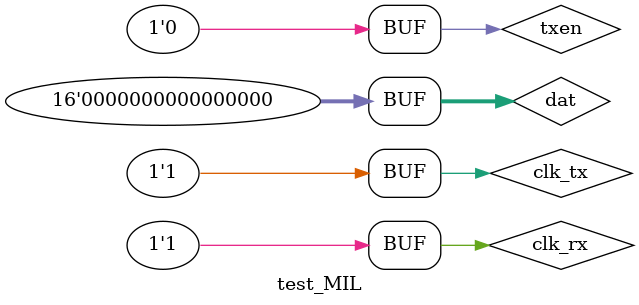
<source format=v>
`timescale 1ns / 1ps


module test_MIL;

	// Inputs
	reg clk_tx;
	reg [15:0] dat;
	reg txen;
	reg clk_rx;

	// Outputs
	wire TXP;
	wire TXN;
	wire SY1;
	wire SY2;
	wire ok_SY;
	wire dRXP;
	wire [5:0] cb_tact;
	wire [4:0] cb_bit;
	wire ce_tact;
	wire en_rx;
	wire en_wr;
	wire ce_bit;
	wire T_dat;
	wire T_end;
	wire FT_cp;
	wire [15:0] sr_dat;
	wire ok_rx;
	wire CW_DW;

	// Instantiate the Unit Under Test (UUT)
	MIL_1553 uut (
		.clk_tx(clk_tx), 
		.TXP(TXP), 
		.dat(dat), 
		.TXN(TXN), 
		.txen(txen), 
		.SY1(SY1), 
		.SY2(SY2), 
		.clk_rx(clk_rx), 
		.ok_SY(ok_SY), 
		.dRXP(dRXP), 
		.cb_tact(cb_tact), 
		.cb_bit(cb_bit), 
		.ce_tact(ce_tact), 
		.en_rx(en_rx), 
		.en_wr(en_wr), 
		.ce_bit(ce_bit), 
		.T_dat(T_dat), 
		.T_end(T_end), 
		.FT_cp(FT_cp),
		.sr_dat(sr_dat), 
		.ok_rx(ok_rx), 
		.CW_DW(CW_DW)
	);

	parameter PERIOD = 20; 
	
	always begin clk_tx = 1'b0; #(PERIOD/2) clk_tx = 1'b1; #(PERIOD/2); end
	always begin clk_rx = 1'b0; #(PERIOD/2) clk_rx = 1'b1; #(PERIOD/2); end
	
	initial begin
		// Initialize Inputs
		clk_tx = 0;
		clk_rx = 0;
					
					dat = 0; txen = 0; 			//
		#2000; 	dat = 16'h1234; txen = 1; 	// my CW
		#21000; 	dat = 16'h5678; txen = 1; 	// my WD
		#20000; 	dat = 16'h0000; txen = 0;

	end
      
endmodule


</source>
